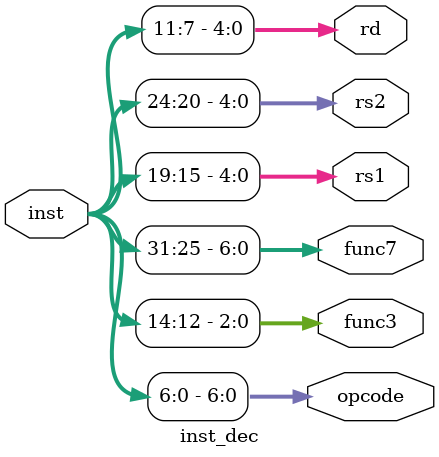
<source format=sv>
module inst_dec (
    input  logic [31:0] inst,
    output logic [ 6:0] opcode,
    output logic [ 2:0] func3,
    output logic [ 6:0] func7,
    output logic [ 4:0] rs1,
    output logic [ 4:0] rs2,
    output logic [ 4:0] rd
);

  // Decode the instruction fields
  assign opcode = inst[6:0];      // Opcode field
  assign func7 = inst[31:25];    // funct7 field
  assign func3 = inst[14:12];    // funct3 field

  // Decode the register fields
  assign rs1 = inst[19:15];      // Source register 1
  assign rs2 = inst[24:20];      // Source register 2
  assign rd = inst[11:7];        // Destination register

  // Custom Instruction: lwpostinc
  // Funct3, Funct7, and Opcode values need to be unique and must not conflict with existing instructions.
  localparam logic [6:0] LWPOSTINC_OPCODE = 7'b0101011;  // Example opcode for lwpostinc
  localparam logic [2:0] LWPOSTINC_FUNCT3 = 3'b001;      // Example funct3 for lwpostinc
  localparam logic [6:0] LWPOSTINC_FUNCT7 = 7'b0000001;  // Example funct7 for lwpostinc

  // Check if the decoded instruction matches lwpostinc
  logic is_lwpostinc;
  assign is_lwpostinc = (opcode == LWPOSTINC_OPCODE) &&
                        (func3 == LWPOSTINC_FUNCT3) &&
                        (func7 == LWPOSTINC_FUNCT7);

endmodule

</source>
